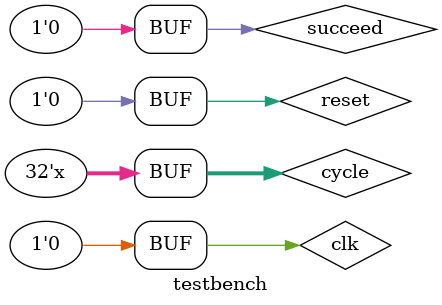
<source format=sv>
module testbench();
    logic clk;
    logic reset;
    logic [31:0] writedata, dataadr;
    logic memwrite;

    logic [31:0] cycle;
    logic succeed;
    // å®ä¾å?
    top test(clk, reset, writedata, dataadr, memwrite);
    // åå§å?
    initial
        begin
            reset <= 1; # 12; reset <= 0;
            cycle <= 1;
            succeed <= 0;
        end
    // æ¶é
    always
        begin
            clk <= 1; # 5; clk <= 0; # 5;
            cycle <= cycle + 1;
        end
    // æ£?æ¥ç»æ?
    always @(negedge clk)
        begin
            if(memwrite & dataadr == 108) begin
            if(writedata == 65035) // 65035=0xFE0B
                $display("============Simulation succeeded=================");
            else 
                begin
                    $display("Simulation failed");
                end
            
        end
    end
endmodule
</source>
